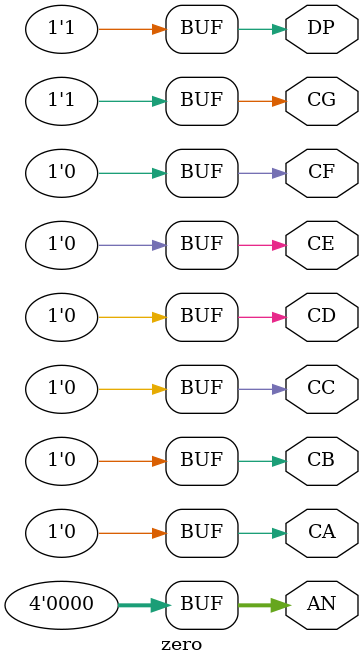
<source format=v>
`timescale 1ns / 1ps
module zero(
    output CA,
    output CB,
    output CC,
    output CD,
    output CE,
    output CF,
    output CG,
    output DP,
    output [3:0] AN
    );
assign CA=0;
assign CB=0;
assign CC=0;
assign CD=0;
assign CE=0;
assign CF=0;
assign CG=1;
assign DP=1;
assign AN[0]=0;
assign AN[1]=0;
assign AN[2]=0;
assign AN[3]=0;

endmodule

</source>
